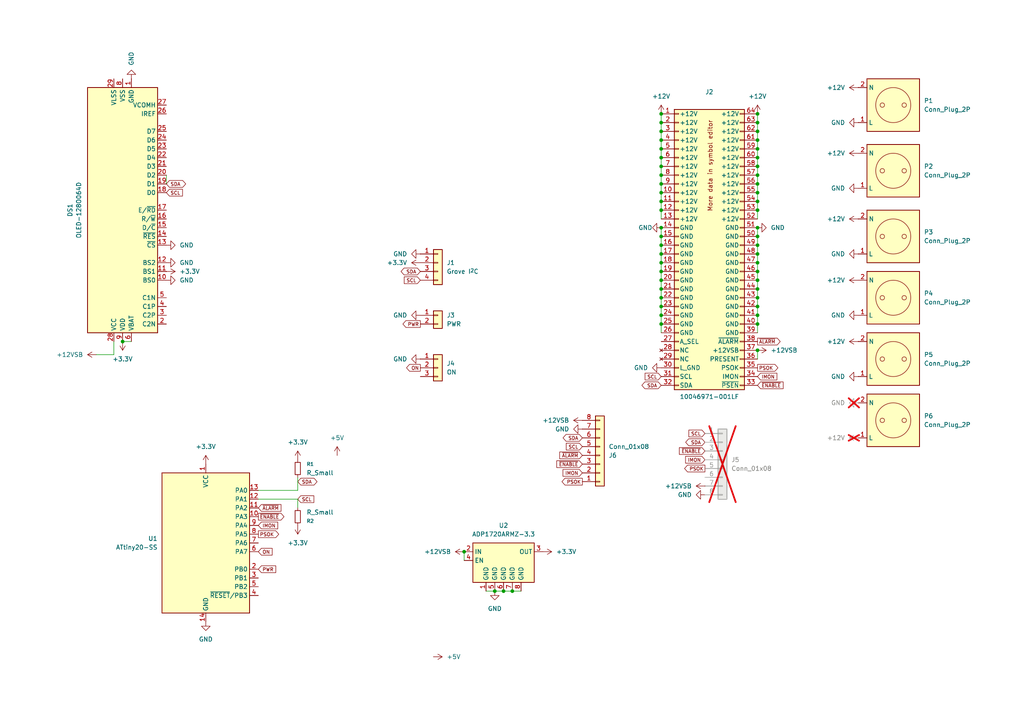
<source format=kicad_sch>
(kicad_sch (version 20250114) (generator "eeschema") (generator_version "9.0")
  (paper "A4")
  (lib_symbols
    (symbol "Connector:Conn_Plug_2P"
      (property "Reference" "P" (at -7.112 8.636 0))
      (property "Value" "Conn_Plug_2P" (at 0.254 -8.89 0))
      (symbol "Conn_Plug_2P_0_1"
        (circle (center 0 0) (radius 5.08))
      )
      (symbol "Conn_Plug_2P_1_1"
        (rectangle (start -7.62 7.62) (end 7.62 -7.62) (stroke (width 0.254)) (fill (type background)))
        (circle (center -3.175 0) (radius 0.635))
        (circle (center 3.175 0) (radius 0.635))
        (pin power_in line (at 10.16 5.08 180) (length 2.54) (name "L") (number "1"))
        (pin power_out line (at 10.16 -5.08 180) (length 2.54) (name "N") (number "2"))
      )
    )
    (symbol "Connector_Generic:Conn_01x02" (pin_names (offset 1.016) (hide yes))
      (property "Reference" "J" (at 0 2.54 0))
      (property "Value" "Conn_01x02" (at 0 -5.08 0))
      (symbol "Conn_01x02_1_1"
        (rectangle (start -1.27 1.27) (end 1.27 -3.81) (stroke (width 0.254)) (fill (type background)))
        (rectangle (start -1.27 0.127) (end 0 -0.127) (stroke (width 0.1524)))
        (rectangle (start -1.27 -2.413) (end 0 -2.667) (stroke (width 0.1524)))
        (pin passive line (at -5.08 0 0) (length 3.81) (name "Pin_1") (number "1"))
        (pin passive line (at -5.08 -2.54 0) (length 3.81) (name "Pin_2") (number "2"))
      )
    )
    (symbol "Connector_Generic:Conn_01x03" (pin_names (offset 1.016) (hide yes))
      (property "Reference" "J" (at 0 5.08 0))
      (property "Value" "Conn_01x03" (at 0 -5.08 0))
      (symbol "Conn_01x03_1_1"
        (rectangle (start -1.27 3.81) (end 1.27 -3.81) (stroke (width 0.254)) (fill (type background)))
        (rectangle (start -1.27 2.667) (end 0 2.413) (stroke (width 0.1524)))
        (rectangle (start -1.27 0.127) (end 0 -0.127) (stroke (width 0.1524)))
        (rectangle (start -1.27 -2.413) (end 0 -2.667) (stroke (width 0.1524)))
        (pin passive line (at -5.08 2.54 0) (length 3.81) (name "Pin_1") (number "1"))
        (pin passive line (at -5.08 0 0) (length 3.81) (name "Pin_2") (number "2"))
        (pin passive line (at -5.08 -2.54 0) (length 3.81) (name "Pin_3") (number "3"))
      )
    )
    (symbol "Connector_Generic:Conn_01x04" (pin_names (offset 1.016) (hide yes))
      (property "Reference" "J" (at 0 5.08 0))
      (property "Value" "Conn_01x04" (at 0 -7.62 0))
      (symbol "Conn_01x04_1_1"
        (rectangle (start -1.27 3.81) (end 1.27 -6.35) (stroke (width 0.254)) (fill (type background)))
        (rectangle (start -1.27 2.667) (end 0 2.413) (stroke (width 0.1524)))
        (rectangle (start -1.27 0.127) (end 0 -0.127) (stroke (width 0.1524)))
        (rectangle (start -1.27 -2.413) (end 0 -2.667) (stroke (width 0.1524)))
        (rectangle (start -1.27 -4.953) (end 0 -5.207) (stroke (width 0.1524)))
        (pin passive line (at -5.08 2.54 0) (length 3.81) (name "Pin_1") (number "1"))
        (pin passive line (at -5.08 0 0) (length 3.81) (name "Pin_2") (number "2"))
        (pin passive line (at -5.08 -2.54 0) (length 3.81) (name "Pin_3") (number "3"))
        (pin passive line (at -5.08 -5.08 0) (length 3.81) (name "Pin_4") (number "4"))
      )
    )
    (symbol "Connector_Generic:Conn_01x08" (pin_names (offset 1.016) (hide yes))
      (property "Reference" "J" (at 0 10.16 0))
      (property "Value" "Conn_01x08" (at 0 -12.7 0))
      (symbol "Conn_01x08_1_1"
        (rectangle (start -1.27 8.89) (end 1.27 -11.43) (stroke (width 0.254)) (fill (type background)))
        (rectangle (start -1.27 7.747) (end 0 7.493) (stroke (width 0.1524)))
        (rectangle (start -1.27 5.207) (end 0 4.953) (stroke (width 0.1524)))
        (rectangle (start -1.27 2.667) (end 0 2.413) (stroke (width 0.1524)))
        (rectangle (start -1.27 0.127) (end 0 -0.127) (stroke (width 0.1524)))
        (rectangle (start -1.27 -2.413) (end 0 -2.667) (stroke (width 0.1524)))
        (rectangle (start -1.27 -4.953) (end 0 -5.207) (stroke (width 0.1524)))
        (rectangle (start -1.27 -7.493) (end 0 -7.747) (stroke (width 0.1524)))
        (rectangle (start -1.27 -10.033) (end 0 -10.287) (stroke (width 0.1524)))
        (pin passive line (at -5.08 7.62 0) (length 3.81) (name "Pin_1") (number "1"))
        (pin passive line (at -5.08 5.08 0) (length 3.81) (name "Pin_2") (number "2"))
        (pin passive line (at -5.08 2.54 0) (length 3.81) (name "Pin_3") (number "3"))
        (pin passive line (at -5.08 0 0) (length 3.81) (name "Pin_4") (number "4"))
        (pin passive line (at -5.08 -2.54 0) (length 3.81) (name "Pin_5") (number "5"))
        (pin passive line (at -5.08 -5.08 0) (length 3.81) (name "Pin_6") (number "6"))
        (pin passive line (at -5.08 -7.62 0) (length 3.81) (name "Pin_7") (number "7"))
        (pin passive line (at -5.08 -10.16 0) (length 3.81) (name "Pin_8") (number "8"))
      )
    )
    (symbol "Device:R_Small" (pin_numbers (hide yes)) (pin_names (offset 0.254) (hide yes))
      (property "Reference" "R" (at 0 0 90))
      (property "Value" "R_Small" (at 1.778 0 90))
      (symbol "R_Small_0_1"
        (rectangle (start -0.762 1.778) (end 0.762 -1.778) (stroke (width 0.2032)))
      )
      (symbol "R_Small_1_1"
        (pin passive line (at 0 2.54 270) (length 0.762) (name "~") (number "1"))
        (pin passive line (at 0 -2.54 90) (length 0.762) (name "~") (number "2"))
      )
    )
    (symbol "Display_Graphic:OLED-128O064D"
      (property "Reference" "DS" (at -10.16 38.1 0))
      (property "Value" "OLED-128O064D" (at 12.7 38.1 0))
      (symbol "OLED-128O064D_0_1"
        (rectangle (start -10.16 35.56) (end 10.16 -35.56) (stroke (width 0.254)) (fill (type background)))
      )
      (symbol "OLED-128O064D_1_1"
        (pin passive line (at -12.7 33.02 0) (length 2.54) (name "C2N") (number "2"))
        (pin passive line (at -12.7 30.48 0) (length 2.54) (name "C2P") (number "3"))
        (pin passive line (at -12.7 27.94 0) (length 2.54) (name "C1P") (number "4"))
        (pin passive line (at -12.7 25.4 0) (length 2.54) (name "C1N") (number "5"))
        (pin input line (at -12.7 20.32 0) (length 2.54) (name "BS0") (number "10"))
        (pin input line (at -12.7 17.78 0) (length 2.54) (name "BS1") (number "11"))
        (pin input line (at -12.7 15.24 0) (length 2.54) (name "BS2") (number "12"))
        (pin input line (at -12.7 10.16 0) (length 2.54) (name "~{CS}") (number "13"))
        (pin input line (at -12.7 7.62 0) (length 2.54) (name "~{RES}") (number "14"))
        (pin input line (at -12.7 5.08 0) (length 2.54) (name "D/~{C}") (number "15"))
        (pin input line (at -12.7 2.54 0) (length 2.54) (name "R/~{W}") (number "16"))
        (pin input line (at -12.7 0 0) (length 2.54) (name "E/~{RD}") (number "17"))
        (pin bidirectional line (at -12.7 -5.08 0) (length 2.54) (name "D0") (number "18"))
        (pin bidirectional line (at -12.7 -7.62 0) (length 2.54) (name "D1") (number "19"))
        (pin bidirectional line (at -12.7 -10.16 0) (length 2.54) (name "D2") (number "20"))
        (pin bidirectional line (at -12.7 -12.7 0) (length 2.54) (name "D3") (number "21"))
        (pin bidirectional line (at -12.7 -15.24 0) (length 2.54) (name "D4") (number "22"))
        (pin bidirectional line (at -12.7 -17.78 0) (length 2.54) (name "D5") (number "23"))
        (pin bidirectional line (at -12.7 -20.32 0) (length 2.54) (name "D6") (number "24"))
        (pin bidirectional line (at -12.7 -22.86 0) (length 2.54) (name "D7") (number "25"))
        (pin passive line (at -12.7 -27.94 0) (length 2.54) (name "IREF") (number "26"))
        (pin passive line (at -12.7 -30.48 0) (length 2.54) (name "VCOMH") (number "27"))
        (pin power_in line (at -2.54 38.1 270) (length 2.54) (name "VBAT") (number "6"))
        (pin power_in line (at -2.54 -38.1 90) (length 2.54) (name "GND") (number "1"))
        (pin passive line (at -2.54 -38.1 90) (length 2.54) (hide yes) (name "GND") (number "30"))
        (pin power_in line (at 0 38.1 270) (length 2.54) (name "VDD") (number "9"))
        (pin power_in line (at 0 -38.1 90) (length 2.54) (name "VSS") (number "8"))
        (pin power_in line (at 2.54 38.1 270) (length 2.54) (name "VCC") (number "28"))
        (pin power_in line (at 2.54 -38.1 90) (length 2.54) (name "VLSS") (number "29"))
        (pin no_connect line (at 10.16 0 180) (length 2.54) (hide yes) (name "NC") (number "7"))
      )
    )
    (symbol "Local:DPS-1200FB A" (pin_names (offset 1.524)) (exclude_from_sim yes) (in_bom no) (on_board no)
      (property "Reference" "J" (at 1.27 40.64 0))
      (property "Value" "DPS-1200FB A" (at 1.27 -43.942 0))
      (symbol "DPS-1200FB A_1_1"
        (rectangle (start -8.89 39.37) (end 11.43 -41.91) (stroke (width 0.254)) (fill (type background)))
        (rectangle (start -8.89 38.227) (end -7.62 37.973) (stroke (width 0.1524)))
        (rectangle (start -8.89 35.687) (end -7.62 35.433) (stroke (width 0.1524)))
        (rectangle (start -8.89 33.147) (end -7.62 32.893) (stroke (width 0.1524)))
        (rectangle (start -8.89 30.607) (end -7.62 30.353) (stroke (width 0.1524)))
        (rectangle (start -8.89 28.067) (end -7.62 27.813) (stroke (width 0.1524)))
        (rectangle (start -8.89 25.527) (end -7.62 25.273) (stroke (width 0.1524)))
        (rectangle (start -8.89 22.987) (end -7.62 22.733) (stroke (width 0.1524)))
        (rectangle (start -8.89 20.447) (end -7.62 20.193) (stroke (width 0.1524)))
        (rectangle (start -8.89 17.907) (end -7.62 17.653) (stroke (width 0.1524)))
        (rectangle (start -8.89 15.367) (end -7.62 15.113) (stroke (width 0.1524)))
        (rectangle (start -8.89 12.827) (end -7.62 12.573) (stroke (width 0.1524)))
        (rectangle (start -8.89 10.287) (end -7.62 10.033) (stroke (width 0.1524)))
        (rectangle (start -8.89 7.747) (end -7.62 7.493) (stroke (width 0.1524)))
        (rectangle (start -8.89 5.207) (end -7.62 4.953) (stroke (width 0.1524)))
        (rectangle (start -8.89 2.667) (end -7.62 2.413) (stroke (width 0.1524)))
        (rectangle (start -8.89 0.127) (end -7.62 -0.127) (stroke (width 0.1524)))
        (rectangle (start -8.89 -2.413) (end -7.62 -2.667) (stroke (width 0.1524)))
        (rectangle (start -8.89 -4.953) (end -7.62 -5.207) (stroke (width 0.1524)))
        (rectangle (start -8.89 -7.493) (end -7.62 -7.747) (stroke (width 0.1524)))
        (rectangle (start -8.89 -10.033) (end -7.62 -10.287) (stroke (width 0.1524)))
        (rectangle (start -8.89 -12.573) (end -7.62 -12.827) (stroke (width 0.1524)))
        (rectangle (start -8.89 -15.113) (end -7.62 -15.367) (stroke (width 0.1524)))
        (rectangle (start -8.89 -17.653) (end -7.62 -17.907) (stroke (width 0.1524)))
        (rectangle (start -8.89 -20.193) (end -7.62 -20.447) (stroke (width 0.1524)))
        (rectangle (start -8.89 -22.733) (end -7.62 -22.987) (stroke (width 0.1524)))
        (rectangle (start -8.89 -25.273) (end -7.62 -25.527) (stroke (width 0.1524)))
        (rectangle (start -8.89 -27.813) (end -7.62 -28.067) (stroke (width 0.1524)))
        (rectangle (start -8.89 -30.353) (end -7.62 -30.607) (stroke (width 0.1524)))
        (rectangle (start -8.89 -32.893) (end -7.62 -33.147) (stroke (width 0.1524)))
        (rectangle (start -8.89 -35.433) (end -7.62 -35.687) (stroke (width 0.1524)))
        (rectangle (start -8.89 -37.973) (end -7.62 -38.227) (stroke (width 0.1524)))
        (rectangle (start -8.89 -40.513) (end -7.62 -40.767) (stroke (width 0.1524)))
        (rectangle (start 11.43 38.227) (end 10.16 37.973) (stroke (width 0.1524)))
        (rectangle (start 11.43 35.687) (end 10.16 35.433) (stroke (width 0.1524)))
        (rectangle (start 11.43 33.147) (end 10.16 32.893) (stroke (width 0.1524)))
        (rectangle (start 11.43 30.607) (end 10.16 30.353) (stroke (width 0.1524)))
        (rectangle (start 11.43 28.067) (end 10.16 27.813) (stroke (width 0.1524)))
        (rectangle (start 11.43 25.527) (end 10.16 25.273) (stroke (width 0.1524)))
        (rectangle (start 11.43 22.987) (end 10.16 22.733) (stroke (width 0.1524)))
        (rectangle (start 11.43 20.447) (end 10.16 20.193) (stroke (width 0.1524)))
        (rectangle (start 11.43 17.907) (end 10.16 17.653) (stroke (width 0.1524)))
        (rectangle (start 11.43 15.367) (end 10.16 15.113) (stroke (width 0.1524)))
        (rectangle (start 11.43 12.827) (end 10.16 12.573) (stroke (width 0.1524)))
        (rectangle (start 11.43 10.287) (end 10.16 10.033) (stroke (width 0.1524)))
        (rectangle (start 11.43 7.747) (end 10.16 7.493) (stroke (width 0.1524)))
        (rectangle (start 11.43 5.207) (end 10.16 4.953) (stroke (width 0.1524)))
        (rectangle (start 11.43 2.667) (end 10.16 2.413) (stroke (width 0.1524)))
        (rectangle (start 11.43 0.127) (end 10.16 -0.127) (stroke (width 0.1524)))
        (rectangle (start 11.43 -2.413) (end 10.16 -2.667) (stroke (width 0.1524)))
        (rectangle (start 11.43 -4.953) (end 10.16 -5.207) (stroke (width 0.1524)))
        (rectangle (start 11.43 -7.493) (end 10.16 -7.747) (stroke (width 0.1524)))
        (rectangle (start 11.43 -10.033) (end 10.16 -10.287) (stroke (width 0.1524)))
        (rectangle (start 11.43 -12.573) (end 10.16 -12.827) (stroke (width 0.1524)))
        (rectangle (start 11.43 -15.113) (end 10.16 -15.367) (stroke (width 0.1524)))
        (rectangle (start 11.43 -17.653) (end 10.16 -17.907) (stroke (width 0.1524)))
        (rectangle (start 11.43 -20.193) (end 10.16 -20.447) (stroke (width 0.1524)))
        (rectangle (start 11.43 -22.733) (end 10.16 -22.987) (stroke (width 0.1524)))
        (rectangle (start 11.43 -25.273) (end 10.16 -25.527) (stroke (width 0.1524)))
        (rectangle (start 11.43 -27.813) (end 10.16 -28.067) (stroke (width 0.1524)))
        (rectangle (start 11.43 -30.353) (end 10.16 -30.607) (stroke (width 0.1524)))
        (rectangle (start 11.43 -32.893) (end 10.16 -33.147) (stroke (width 0.1524)))
        (rectangle (start 11.43 -35.433) (end 10.16 -35.687) (stroke (width 0.1524)))
        (rectangle (start 11.43 -37.973) (end 10.16 -38.227) (stroke (width 0.1524)))
        (rectangle (start 11.43 -40.513) (end 10.16 -40.767) (stroke (width 0.1524)))
        (text private "1-13\n52-64\n14-26\n39-51\n27\n28-29\n30\n31\n32\n32\n34\n35\n36\n37\n38" (at -10.16 -47.244 0) (effects (font (size 1.27 1.27)) (justify right top)))
        (text private "+12V Main Output\n+12V Main Output\nGround Main Output\nGround Main Output\nPMBus/I²C Address select\nNot Connected\nLogic Ground (+3.3V)\nSCL  I²C communication (PMBus)\nSDA  I²C communication (PMBus)\nEN   PS Enable, Active Low\nIMON Current Monitor\nPSOK Power-good status output\nPRESENT, enable turn-on, Active Low\nStandby 12 V always on\nPSU Alarm Output, Active Low" (at -8.636 -47.244 0) (effects (font (size 1.27 1.27)) (justify left top)))
        (text "More data in symbol editor" (at 1.524 23.114 900) (effects (font (size 1.27 1.27))))
        (text private "How to Use / Power It On\n\nManual (quick) method:\n\nTie Pin 33 (EN) to GND (pin 30)\nTie Pin 36 (PRESENT) to 12 VSB (pin 37)\nThis lets the PSU turn on and provide 12 V on the main output pins \n\n\nRecommended (cleaner) method:\n\nUse 12 VSB (pin 37) to power your control logic (microcontroller or switch)\nPull EN (pin 33) low using logic output to GND\nSet PRESENT (pin 36) high (to 12 VSB) to signal presence and enable\nMonitor PSOK (pin 35) to know when output is stable\nOptionally use I²C lines (31/32) to read telemetry, control fans, etc" (at 61.468 21.59 0) (effects (font (size 1.27 1.27))))
        (text_box private "PSALARM = Active Low / signals faults via PMBus\n+12VSTDBY = always on 12V\nPRSNT = PS connected\nIMON = Current Sense (25mV/A above 3A)\nIMON allows load-balancing when paralleling multiple PSUs\n~{PSEN} = GND to turn on supply" (at -84.455 -3.175 0) (size 42.545 -26.67) (margins 1.016 1.016 1.016 1.016) (effects (font (size 1.27 1.27)) (justify left top)))
        (text_box private "Pin 33 (PS_ON / Remote Enable): Pull to GND to turn on PSU\nPin 36 (PRESENT / Sense): Needs short to GND for PSU to power up\nPin 30 (PWR_OK): Goes high (+3.3 V logic) when 12 V is stable\nPin 31 (SCL) & Pin 32 (SDA): I²C/SMBus (for monitoring, not required for normal use)\n\n# To Power On \nShort PS_ON (Pin 33) to GND.\nAlso connect PRESENT (Pin 36) to GND.\nPSU will then output +12.3 V (regulated)." (at -81.915 -40.64 0) (size 53.34 -34.925) (margins 1.016 1.016 1.016 1.016) (effects (font (size 1.27 1.27)) (justify left top)))
        (pin power_out line (at -12.7 38.1 0) (length 3.81) (name "+12V") (number "1"))
        (pin power_out line (at -12.7 35.56 0) (length 3.81) (name "+12V") (number "2"))
        (pin power_out line (at -12.7 33.02 0) (length 3.81) (name "+12V") (number "3"))
        (pin power_out line (at -12.7 30.48 0) (length 3.81) (name "+12V") (number "4"))
        (pin power_out line (at -12.7 27.94 0) (length 3.81) (name "+12V") (number "5"))
        (pin power_out line (at -12.7 25.4 0) (length 3.81) (name "+12V") (number "6"))
        (pin power_out line (at -12.7 22.86 0) (length 3.81) (name "+12V") (number "7"))
        (pin power_out line (at -12.7 20.32 0) (length 3.81) (name "+12V") (number "8"))
        (pin power_out line (at -12.7 17.78 0) (length 3.81) (name "+12V") (number "9"))
        (pin power_out line (at -12.7 15.24 0) (length 3.81) (name "+12V") (number "10"))
        (pin power_out line (at -12.7 12.7 0) (length 3.81) (name "+12V") (number "11"))
        (pin power_out line (at -12.7 10.16 0) (length 3.81) (name "+12V") (number "12"))
        (pin power_out line (at -12.7 7.62 0) (length 3.81) (name "+12V") (number "13"))
        (pin power_out line (at -12.7 5.08 0) (length 3.81) (name "GND") (number "14"))
        (pin power_out line (at -12.7 2.54 0) (length 3.81) (name "GND") (number "15"))
        (pin power_out line (at -12.7 0 0) (length 3.81) (name "GND") (number "16"))
        (pin power_out line (at -12.7 -2.54 0) (length 3.81) (name "GND") (number "17"))
        (pin power_out line (at -12.7 -5.08 0) (length 3.81) (name "GND") (number "18"))
        (pin power_out line (at -12.7 -7.62 0) (length 3.81) (name "GND") (number "19"))
        (pin power_out line (at -12.7 -10.16 0) (length 3.81) (name "GND") (number "20"))
        (pin power_out line (at -12.7 -12.7 0) (length 3.81) (name "GND") (number "21"))
        (pin power_out line (at -12.7 -15.24 0) (length 3.81) (name "GND") (number "22"))
        (pin power_out line (at -12.7 -17.78 0) (length 3.81) (name "GND") (number "23"))
        (pin power_out line (at -12.7 -20.32 0) (length 3.81) (name "GND") (number "24"))
        (pin power_out line (at -12.7 -22.86 0) (length 3.81) (name "GND") (number "25"))
        (pin power_out line (at -12.7 -25.4 0) (length 3.81) (name "GND") (number "26"))
        (pin input line (at -12.7 -27.94 0) (length 3.81) (name "A_SEL") (number "27"))
        (pin no_connect line (at -12.7 -30.48 0) (length 3.81) (name "NC") (number "28"))
        (pin no_connect line (at -12.7 -33.02 0) (length 3.81) (name "NC") (number "29"))
        (pin power_out line (at -12.7 -35.56 0) (length 3.81) (name "L_GND") (number "30"))
        (pin bidirectional line (at -12.7 -38.1 0) (length 3.81) (name "SCL") (number "31"))
        (pin bidirectional line (at -12.7 -40.64 0) (length 3.81) (name "SDA") (number "32"))
        (pin power_out line (at 15.24 38.1 180) (length 3.81) (name "+12V") (number "64"))
        (pin power_out line (at 15.24 35.56 180) (length 3.81) (name "+12V") (number "63"))
        (pin power_out line (at 15.24 33.02 180) (length 3.81) (name "+12V") (number "62"))
        (pin power_out line (at 15.24 30.48 180) (length 3.81) (name "+12V") (number "61"))
        (pin power_out line (at 15.24 27.94 180) (length 3.81) (name "+12V") (number "59"))
        (pin power_out line (at 15.24 25.4 180) (length 3.81) (name "+12V") (number "60"))
        (pin power_out line (at 15.24 22.86 180) (length 3.81) (name "+12V") (number "58"))
        (pin power_out line (at 15.24 20.32 180) (length 3.81) (name "+12V") (number "57"))
        (pin power_out line (at 15.24 17.78 180) (length 3.81) (name "+12V") (number "56"))
        (pin power_out line (at 15.24 15.24 180) (length 3.81) (name "+12V") (number "55"))
        (pin power_out line (at 15.24 12.7 180) (length 3.81) (name "+12V") (number "54"))
        (pin power_out line (at 15.24 10.16 180) (length 3.81) (name "+12V") (number "53"))
        (pin power_out line (at 15.24 7.62 180) (length 3.81) (name "+12V") (number "52"))
        (pin power_out line (at 15.24 5.08 180) (length 3.81) (name "GND") (number "51"))
        (pin power_out line (at 15.24 2.54 180) (length 3.81) (name "GND") (number "50"))
        (pin power_out line (at 15.24 0 180) (length 3.81) (name "GND") (number "49"))
        (pin power_out line (at 15.24 -2.54 180) (length 3.81) (name "GND") (number "48"))
        (pin power_out line (at 15.24 -5.08 180) (length 3.81) (name "GND") (number "47"))
        (pin power_out line (at 15.24 -7.62 180) (length 3.81) (name "GND") (number "46"))
        (pin power_out line (at 15.24 -10.16 180) (length 3.81) (name "GND") (number "45"))
        (pin power_out line (at 15.24 -12.7 180) (length 3.81) (name "GND") (number "44"))
        (pin power_out line (at 15.24 -15.24 180) (length 3.81) (name "GND") (number "43"))
        (pin power_out line (at 15.24 -17.78 180) (length 3.81) (name "GND") (number "42"))
        (pin power_out line (at 15.24 -20.32 180) (length 3.81) (name "GND") (number "41"))
        (pin power_out line (at 15.24 -22.86 180) (length 3.81) (name "GND") (number "40"))
        (pin power_out line (at 15.24 -25.4 180) (length 3.81) (name "GND") (number "39"))
        (pin output line (at 15.24 -27.94 180) (length 3.81) (name "~{ALARM}") (number "38"))
        (pin power_out line (at 15.24 -30.48 180) (length 3.81) (name "+12VSB") (number "37"))
        (pin input line (at 15.24 -33.02 180) (length 3.81) (name "PRESENT") (number "36"))
        (pin output line (at 15.24 -35.56 180) (length 3.81) (name "PSOK") (number "35"))
        (pin bidirectional line (at 15.24 -38.1 180) (length 3.81) (name "IMON") (number "34"))
        (pin input line (at 15.24 -40.64 180) (length 3.81) (name "~{PSEN}") (number "33"))
      )
    )
    (symbol "MCU_Microchip_ATtiny:ATtiny20-SS"
      (property "Reference" "U" (at -12.7 21.59 0))
      (property "Value" "ATtiny20-SS" (at 2.54 -21.59 0))
      (symbol "ATtiny20-SS_0_1"
        (rectangle (start -12.7 -20.32) (end 12.7 20.32) (stroke (width 0.254)) (fill (type background)))
      )
      (symbol "ATtiny20-SS_1_1"
        (pin power_in line (at 0 22.86 270) (length 2.54) (name "VCC") (number "1"))
        (pin power_in line (at 0 -22.86 90) (length 2.54) (name "GND") (number "14"))
        (pin bidirectional line (at 15.24 15.24 180) (length 2.54) (name "PA0") (number "13"))
        (pin bidirectional line (at 15.24 12.7 180) (length 2.54) (name "PA1") (number "12"))
        (pin bidirectional line (at 15.24 10.16 180) (length 2.54) (name "PA2") (number "11"))
        (pin bidirectional line (at 15.24 7.62 180) (length 2.54) (name "PA3") (number "10"))
        (pin bidirectional line (at 15.24 5.08 180) (length 2.54) (name "PA4") (number "9"))
        (pin bidirectional line (at 15.24 2.54 180) (length 2.54) (name "PA5") (number "8"))
        (pin bidirectional line (at 15.24 0 180) (length 2.54) (name "PA6") (number "7"))
        (pin bidirectional line (at 15.24 -2.54 180) (length 2.54) (name "PA7") (number "6"))
        (pin bidirectional line (at 15.24 -7.62 180) (length 2.54) (name "PB0") (number "2"))
        (pin bidirectional line (at 15.24 -10.16 180) (length 2.54) (name "PB1") (number "3"))
        (pin bidirectional line (at 15.24 -12.7 180) (length 2.54) (name "PB2") (number "5"))
        (pin bidirectional line (at 15.24 -15.24 180) (length 2.54) (name "~{RESET}/PB3") (number "4"))
      )
    )
    (symbol "PCM_Voltage_Regulator_AKL:ADP1720ARMZ-3.3"
      (property "Reference" "U" (at 0 11.43 0))
      (property "Value" "ADP1720ARMZ-3.3" (at 0 8.89 0))
      (symbol "ADP1720ARMZ-3.3_1_0"
        (rectangle (start -8.89 6.35) (end 8.89 -5.08) (stroke (width 0.254)) (fill (type background)))
      )
      (symbol "ADP1720ARMZ-3.3_1_1"
        (pin power_in line (at -11.43 3.81 0) (length 2.54) (name "IN") (number "2"))
        (pin input line (at -11.43 1.27 0) (length 2.54) (name "EN") (number "4"))
        (pin power_in line (at -5.08 -7.62 90) (length 2.54) (name "GND") (number "1"))
        (pin power_in line (at -2.54 -7.62 90) (length 2.54) (name "GND") (number "5"))
        (pin power_in line (at 0 -7.62 90) (length 2.54) (name "GND") (number "6"))
        (pin power_in line (at 2.54 -7.62 90) (length 2.54) (name "GND") (number "7"))
        (pin power_in line (at 5.08 -7.62 90) (length 2.54) (name "GND") (number "8"))
        (pin power_out line (at 11.43 3.81 180) (length 2.54) (name "OUT") (number "3"))
      )
    )
    (symbol "power:+12C" (power) (pin_numbers (hide yes)) (pin_names (offset 0) (hide yes))
      (property "Value" "+12C" (at 0 3.556 0))
      (symbol "+12C_0_1"
        (polyline (pts (xy -0.762 1.27) (xy 0 2.54)))
        (polyline (pts (xy 0 2.54) (xy 0.762 1.27)))
        (polyline (pts (xy 0 0) (xy 0 2.54)))
      )
      (symbol "+12C_1_1"
        (pin power_in line (at 0 0 90) (length 0) (name "~") (number "1"))
      )
    )
    (symbol "power:+12V" (power) (pin_numbers (hide yes)) (pin_names (offset 0) (hide yes))
      (property "Value" "+12V" (at 0 3.556 0))
      (symbol "+12V_0_1"
        (polyline (pts (xy -0.762 1.27) (xy 0 2.54)))
        (polyline (pts (xy 0 2.54) (xy 0.762 1.27)))
        (polyline (pts (xy 0 0) (xy 0 2.54)))
      )
      (symbol "+12V_1_1"
        (pin power_in line (at 0 0 90) (length 0) (name "~") (number "1"))
      )
    )
    (symbol "power:+3.3V" (power) (pin_numbers (hide yes)) (pin_names (offset 0) (hide yes))
      (property "Value" "+3.3V" (at 0 3.556 0))
      (symbol "+3.3V_0_1"
        (polyline (pts (xy -0.762 1.27) (xy 0 2.54)))
        (polyline (pts (xy 0 2.54) (xy 0.762 1.27)))
        (polyline (pts (xy 0 0) (xy 0 2.54)))
      )
      (symbol "+3.3V_1_1"
        (pin power_in line (at 0 0 90) (length 0) (name "~") (number "1"))
      )
    )
    (symbol "power:+5V" (power) (pin_numbers (hide yes)) (pin_names (offset 0) (hide yes))
      (property "Value" "+5V" (at 0 3.556 0))
      (symbol "+5V_0_1"
        (polyline (pts (xy -0.762 1.27) (xy 0 2.54)))
        (polyline (pts (xy 0 2.54) (xy 0.762 1.27)))
        (polyline (pts (xy 0 0) (xy 0 2.54)))
      )
      (symbol "+5V_1_1"
        (pin power_in line (at 0 0 90) (length 0) (name "~") (number "1"))
      )
    )
    (symbol "power:GND" (power) (pin_numbers (hide yes)) (pin_names (offset 0) (hide yes))
      (property "Value" "GND" (at 0 -3.81 0))
      (symbol "GND_0_1"
        (polyline (pts (xy 0 0) (xy 0 -1.27) (xy 1.27 -1.27) (xy 0 -2.54) (xy -1.27 -1.27) (xy 0 -1.27)))
      )
      (symbol "GND_1_1"
        (pin power_in line (at 0 0 270) (length 0) (name "~") (number "1"))
      )
    )
  )
  (junction (at 191.77 86.36))
  (junction (at 191.77 48.26))
  (junction (at 219.71 73.66))
  (junction (at 191.77 66.04))
  (junction (at 219.71 58.42))
  (junction (at 219.71 35.56))
  (junction (at 219.71 83.82))
  (junction (at 191.77 60.96))
  (junction (at 191.77 58.42))
  (junction (at 191.77 88.9))
  (junction (at 219.71 71.12))
  (junction (at 219.71 66.04))
  (junction (at 191.77 50.8))
  (junction (at 134.62 160.02))
  (junction (at 191.77 76.2))
  (junction (at 219.71 60.96))
  (junction (at 219.71 88.9))
  (junction (at 219.71 48.26))
  (junction (at 219.71 55.88))
  (junction (at 191.77 68.58))
  (junction (at 219.71 45.72))
  (junction (at 191.77 35.56))
  (junction (at 219.71 50.8))
  (junction (at 219.71 91.44))
  (junction (at 219.71 81.28))
  (junction (at 219.71 76.2))
  (junction (at 191.77 73.66))
  (junction (at 219.71 43.18))
  (junction (at 219.71 93.98))
  (junction (at 191.77 43.18))
  (junction (at 191.77 33.02))
  (junction (at 219.71 40.64))
  (junction (at 146.05 171.45))
  (junction (at 191.77 38.1))
  (junction (at 219.71 33.02))
  (junction (at 35.56 99.06))
  (junction (at 191.77 78.74))
  (junction (at 191.77 55.88))
  (junction (at 219.71 53.34))
  (junction (at 191.77 91.44))
  (junction (at 191.77 53.34))
  (junction (at 191.77 93.98))
  (junction (at 148.59 171.45))
  (junction (at 191.77 83.82))
  (junction (at 219.71 101.6))
  (junction (at 191.77 45.72))
  (junction (at 219.71 78.74))
  (junction (at 219.71 38.1))
  (junction (at 191.77 71.12))
  (junction (at 191.77 40.64))
  (junction (at 219.71 86.36))
  (junction (at 143.51 171.45))
  (junction (at 219.71 68.58))
  (junction (at 191.77 81.28))
  (wire (pts (xy 219.71 68.58) (xy 219.71 71.12)))
  (wire (pts (xy 35.56 99.06) (xy 38.1 99.06)))
  (wire (pts (xy 86.36 138.43) (xy 86.36 142.24)))
  (wire (pts (xy 191.77 45.72) (xy 191.77 48.26)))
  (wire (pts (xy 191.77 48.26) (xy 191.77 50.8)))
  (wire (pts (xy 191.77 58.42) (xy 191.77 60.96)))
  (wire (pts (xy 219.71 101.6) (xy 219.71 104.14)))
  (wire (pts (xy 219.71 88.9) (xy 219.71 91.44)))
  (wire (pts (xy 191.77 53.34) (xy 191.77 55.88)))
  (wire (pts (xy 86.36 144.78) (xy 74.93 144.78)))
  (wire (pts (xy 219.71 66.04) (xy 219.71 68.58)))
  (wire (pts (xy 219.71 35.56) (xy 219.71 38.1)))
  (wire (pts (xy 191.77 43.18) (xy 191.77 45.72)))
  (wire (pts (xy 33.02 99.06) (xy 33.02 102.87)))
  (wire (pts (xy 140.97 171.45) (xy 143.51 171.45)))
  (wire (pts (xy 191.77 81.28) (xy 191.77 83.82)))
  (wire (pts (xy 74.93 142.24) (xy 86.36 142.24)))
  (wire (pts (xy 219.71 93.98) (xy 219.71 96.52)))
  (wire (pts (xy 191.77 66.04) (xy 191.77 68.58)))
  (wire (pts (xy 191.77 68.58) (xy 191.77 71.12)))
  (wire (pts (xy 146.05 171.45) (xy 148.59 171.45)))
  (wire (pts (xy 191.77 40.64) (xy 191.77 43.18)))
  (wire (pts (xy 219.71 83.82) (xy 219.71 86.36)))
  (wire (pts (xy 191.77 55.88) (xy 191.77 58.42)))
  (wire (pts (xy 191.77 35.56) (xy 191.77 38.1)))
  (wire (pts (xy 219.71 78.74) (xy 219.71 81.28)))
  (wire (pts (xy 219.71 81.28) (xy 219.71 83.82)))
  (wire (pts (xy 143.51 171.45) (xy 146.05 171.45)))
  (wire (pts (xy 219.71 50.8) (xy 219.71 53.34)))
  (wire (pts (xy 191.77 33.02) (xy 191.77 35.56)))
  (wire (pts (xy 219.71 71.12) (xy 219.71 73.66)))
  (wire (pts (xy 219.71 58.42) (xy 219.71 60.96)))
  (wire (pts (xy 191.77 86.36) (xy 191.77 88.9)))
  (wire (pts (xy 191.77 73.66) (xy 191.77 76.2)))
  (wire (pts (xy 148.59 171.45) (xy 151.13 171.45)))
  (wire (pts (xy 219.71 73.66) (xy 219.71 76.2)))
  (wire (pts (xy 48.26 50.8) (xy 48.26 53.34)))
  (wire (pts (xy 191.77 71.12) (xy 191.77 73.66)))
  (wire (pts (xy 219.71 33.02) (xy 219.71 35.56)))
  (wire (pts (xy 134.62 160.02) (xy 134.62 162.56)))
  (wire (pts (xy 219.71 45.72) (xy 219.71 48.26)))
  (wire (pts (xy 219.71 60.96) (xy 219.71 63.5)))
  (wire (pts (xy 191.77 50.8) (xy 191.77 53.34)))
  (wire (pts (xy 191.77 88.9) (xy 191.77 91.44)))
  (wire (pts (xy 219.71 40.64) (xy 219.71 43.18)))
  (wire (pts (xy 191.77 76.2) (xy 191.77 78.74)))
  (wire (pts (xy 219.71 43.18) (xy 219.71 45.72)))
  (wire (pts (xy 191.77 38.1) (xy 191.77 40.64)))
  (wire (pts (xy 219.71 48.26) (xy 219.71 50.8)))
  (wire (pts (xy 219.71 91.44) (xy 219.71 93.98)))
  (wire (pts (xy 219.71 76.2) (xy 219.71 78.74)))
  (wire (pts (xy 219.71 38.1) (xy 219.71 40.64)))
  (wire (pts (xy 86.36 144.78) (xy 86.36 147.32)))
  (wire (pts (xy 33.02 102.87) (xy 27.94 102.87)))
  (wire (pts (xy 219.71 53.34) (xy 219.71 55.88)))
  (wire (pts (xy 219.71 55.88) (xy 219.71 58.42)))
  (wire (pts (xy 191.77 60.96) (xy 191.77 63.5)))
  (wire (pts (xy 191.77 83.82) (xy 191.77 86.36)))
  (wire (pts (xy 191.77 78.74) (xy 191.77 81.28)))
  (wire (pts (xy 219.71 86.36) (xy 219.71 88.9)))
  (wire (pts (xy 191.77 93.98) (xy 191.77 96.52)))
  (wire (pts (xy 191.77 91.44) (xy 191.77 93.98)))
  (global_label "PWR" (shape input) (at 74.93 165.1 0) (effects (font (size 1 1))) (property "Intersheetrefs" "${INTERSHEET_REFS}" (effects (hide yes))))
  (global_label "SDA" (shape bidirectional) (at 204.47 128.27 180) (effects (font (size 1 1))) (property "Intersheetrefs" "${INTERSHEET_REFS}" (effects (hide yes))))
  (global_label "SDA" (shape bidirectional) (at 86.36 139.7 0) (effects (font (size 1 1))) (property "Intersheetrefs" "${INTERSHEET_REFS}" (effects (hide yes))))
  (global_label "~{ALARM}" (shape output) (at 219.71 99.06 0) (effects (font (size 1 1))) (property "Intersheetrefs" "${INTERSHEET_REFS}" (effects (hide yes))))
  (global_label "~{ENABLE}" (shape input) (at 168.91 134.62 180) (effects (font (size 1 1))) (property "Intersheetrefs" "${INTERSHEET_REFS}" (effects (hide yes))))
  (global_label "SDA" (shape bidirectional) (at 191.77 111.76 180) (effects (font (size 1 1))) (property "Intersheetrefs" "${INTERSHEET_REFS}" (effects (hide yes))))
  (global_label "IMON" (shape input) (at 204.47 133.35 180) (effects (font (size 1 1))) (property "Intersheetrefs" "${INTERSHEET_REFS}" (effects (hide yes))))
  (global_label "SCL" (shape input) (at 168.91 129.54 180) (effects (font (size 1 1))) (property "Intersheetrefs" "${INTERSHEET_REFS}" (effects (hide yes))))
  (global_label "IMON" (shape input) (at 219.71 109.22 0) (effects (font (size 1 1))) (property "Intersheetrefs" "${INTERSHEET_REFS}" (effects (hide yes))))
  (global_label "ON" (shape input) (at 74.93 160.02 0) (effects (font (size 1 1))) (property "Intersheetrefs" "${INTERSHEET_REFS}" (effects (hide yes))))
  (global_label "IMON" (shape input) (at 74.93 152.4 0) (effects (font (size 1 1))) (property "Intersheetrefs" "${INTERSHEET_REFS}" (effects (hide yes))))
  (global_label "ON" (shape output) (at 121.92 106.68 180) (effects (font (size 1 1))) (property "Intersheetrefs" "${INTERSHEET_REFS}" (effects (hide yes))))
  (global_label "~{ENABLE}" (shape output) (at 74.93 149.86 0) (effects (font (size 1 1))) (property "Intersheetrefs" "${INTERSHEET_REFS}" (effects (hide yes))))
  (global_label "~{ENABLE}" (shape input) (at 219.71 111.76 0) (effects (font (size 1 1))) (property "Intersheetrefs" "${INTERSHEET_REFS}" (effects (hide yes))))
  (global_label "IMON" (shape input) (at 168.91 137.16 180) (effects (font (size 1 1))) (property "Intersheetrefs" "${INTERSHEET_REFS}" (effects (hide yes))))
  (global_label "~{ALARM}" (shape input) (at 168.91 132.08 180) (effects (font (size 1 1))) (property "Intersheetrefs" "${INTERSHEET_REFS}" (effects (hide yes))))
  (global_label "SCL" (shape input) (at 204.47 125.73 180) (effects (font (size 1 1))) (property "Intersheetrefs" "${INTERSHEET_REFS}" (effects (hide yes))))
  (global_label "SCL" (shape input) (at 191.77 109.22 180) (effects (font (size 1 1))) (property "Intersheetrefs" "${INTERSHEET_REFS}" (effects (hide yes))))
  (global_label "PWR" (shape output) (at 121.92 93.98 180) (effects (font (size 1 1))) (property "Intersheetrefs" "${INTERSHEET_REFS}" (effects (hide yes))))
  (global_label "SDA" (shape bidirectional) (at 168.91 127 180) (effects (font (size 1 1))) (property "Intersheetrefs" "${INTERSHEET_REFS}" (effects (hide yes))))
  (global_label "PSOK" (shape output) (at 204.47 135.89 180) (effects (font (size 1 1))) (property "Intersheetrefs" "${INTERSHEET_REFS}" (effects (hide yes))))
  (global_label "~{ALARM}" (shape input) (at 74.93 147.32 0) (effects (font (size 1 1))) (property "Intersheetrefs" "${INTERSHEET_REFS}" (effects (hide yes))))
  (global_label "SCL" (shape input) (at 86.36 144.78 0) (effects (font (size 1 1))) (property "Intersheetrefs" "${INTERSHEET_REFS}" (effects (hide yes))))
  (global_label "SDA" (shape bidirectional) (at 121.92 78.74 180) (effects (font (size 1 1))) (property "Intersheetrefs" "${INTERSHEET_REFS}" (effects (hide yes))))
  (global_label "PSOK" (shape output) (at 219.71 106.68 0) (effects (font (size 1 1))) (property "Intersheetrefs" "${INTERSHEET_REFS}" (effects (hide yes))))
  (global_label "SDA" (shape bidirectional) (at 48.26 53.34 0) (effects (font (size 1 1))) (property "Intersheetrefs" "${INTERSHEET_REFS}" (effects (hide yes))))
  (global_label "SCL" (shape input) (at 48.26 55.88 0) (effects (font (size 1 1))) (property "Intersheetrefs" "${INTERSHEET_REFS}" (effects (hide yes))))
  (global_label "PSOK" (shape output) (at 74.93 154.94 0) (effects (font (size 1 1))) (property "Intersheetrefs" "${INTERSHEET_REFS}" (effects (hide yes))))
  (global_label "SCL" (shape input) (at 121.92 81.28 180) (effects (font (size 1 1))) (property "Intersheetrefs" "${INTERSHEET_REFS}" (effects (hide yes))))
  (global_label "PSOK" (shape output) (at 168.91 139.7 180) (effects (font (size 1 1))) (property "Intersheetrefs" "${INTERSHEET_REFS}" (effects (hide yes))))
  (global_label "~{ENABLE}" (shape input) (at 204.47 130.81 180) (effects (font (size 1 1))) (property "Intersheetrefs" "${INTERSHEET_REFS}" (effects (hide yes))))
  (symbol (lib_id "power:+3.3V") (at 86.36 133.35 0) (unit 1)
    (property "Reference" "#PWR035" (effects (hide yes)))
    (property "Value" "+3.3V" (at 86.36 128.27 0))
    (property "Description" "Power symbol creates a global label with name \"+3.3V\"" (effects (hide yes)))
  )
  (symbol (lib_id "power:+5V") (at 97.79 132.08 0) (unit 1)
    (property "Reference" "#PWR07" (effects (hide yes)))
    (property "Value" "+5V" (at 97.79 127 0))
    (property "Description" "Power symbol creates a global label with name \"+5V\"" (effects (hide yes)))
  )
  (symbol (lib_id "power:GND") (at 143.51 171.45 0) (unit 1)
    (property "Reference" "#PWR06" (effects (hide yes)))
    (property "Value" "GND" (at 143.51 176.53 0))
    (property "Description" "Power symbol creates a global label with name \"GND\" , ground" (effects (hide yes)))
  )
  (symbol (lib_id "Connector:Conn_Plug_2P") (at 259.08 30.48 180) (unit 1)
    (property "Reference" "P1" (at 267.97 29.2099 0) (effects (justify right)))
    (property "Value" "Conn_Plug_2P" (at 267.97 31.7499 0) (effects (justify right)))
    (property "Footprint" "Connector_AMASS:AMASS_XT60-F_1x02_P7.20mm_Vertical" (effects (hide yes)))
    (property "Description" "2 Pins non-protected generic plug" (effects (hide yes)))
  )
  (symbol (lib_id "Connector:Conn_Plug_2P") (at 259.08 121.92 180) (unit 1)
    (property "Reference" "P6" (at 267.97 120.6499 0) (effects (justify right)))
    (property "Value" "Conn_Plug_2P" (at 267.97 123.1899 0) (effects (justify right)))
    (property "Footprint" "Connector_AMASS:AMASS_XT60-F_1x02_P7.20mm_Vertical" (effects (hide yes)))
    (property "Description" "2 Pins non-protected generic plug" (effects (hide yes)))
  )
  (symbol (lib_id "Connector:Conn_Plug_2P") (at 259.08 68.58 180) (unit 1)
    (property "Reference" "P3" (at 267.97 67.3099 0) (effects (justify right)))
    (property "Value" "Conn_Plug_2P" (at 267.97 69.8499 0) (effects (justify right)))
    (property "Footprint" "Connector_AMASS:AMASS_XT60-F_1x02_P7.20mm_Vertical" (effects (hide yes)))
    (property "Description" "2 Pins non-protected generic plug" (effects (hide yes)))
  )
  (symbol (lib_id "power:GND") (at 38.1 22.86 180) (unit 1)
    (property "Reference" "#PWR08" (effects (hide yes)))
    (property "Value" "GND" (at 38.0999 19.05 90) (effects (justify right)))
    (property "Description" "Power symbol creates a global label with name \"GND\" , ground" (effects (hide yes)))
  )
  (symbol (lib_id "Device:R_Small") (at 86.36 149.86 0) (mirror x) (unit 1)
    (property "Reference" "R2" (at 88.9 151.1301 0) (effects (font (size 1.016 1.016)) (justify left)))
    (property "Value" "R_Small" (at 88.9 148.5901 0) (effects (justify left)))
    (property "Footprint" "PCM_Resistor_SMD_AKL:R_0805_2012Metric_Pad1.15x1.40mm" (effects (hide yes)))
    (property "Description" "Resistor, small symbol" (effects (hide yes)))
  )
  (symbol (lib_id "power:+3.3V") (at 35.56 99.06 180) (unit 1)
    (property "Reference" "#PWR026" (effects (hide yes)))
    (property "Value" "+3.3V" (at 35.56 104.14 0))
    (property "Description" "Power symbol creates a global label with name \"+3.3V\"" (effects (hide yes)))
  )
  (symbol (lib_id "power:+12V") (at 248.92 99.06 90) (unit 1)
    (property "Reference" "#PWR018" (effects (hide yes)))
    (property "Value" "+12V" (at 245.11 99.0599 90) (effects (justify left)))
    (property "Description" "Power symbol creates a global label with name \"+12V\"" (effects (hide yes)))
  )
  (symbol (lib_id "power:+3.3V") (at 157.48 160.02 270) (unit 1)
    (property "Reference" "#PWR030" (effects (hide yes)))
    (property "Value" "+3.3V" (at 161.29 160.0199 90) (effects (justify left)))
    (property "Description" "Power symbol creates a global label with name \"+3.3V\"" (effects (hide yes)))
  )
  (symbol (lib_id "Connector_Generic:Conn_01x02") (at 127 91.44 0) (unit 1)
    (property "Reference" "J3" (at 129.54 91.4399 0) (effects (justify left)))
    (property "Value" "PWR" (at 129.54 93.9799 0) (effects (justify left)))
    (property "Footprint" "Connector_JST:JST_XH_B2B-XH-A_1x02_P2.50mm_Vertical" (effects (hide yes)))
    (property "Description" "Generic connector, single row, 01x02, script generated (kicad-library-utils/schlib/autogen/connector/)" (effects (hide yes)))
  )
  (symbol (lib_id "power:GND") (at 204.47 143.51 270) (unit 1)
    (property "Reference" "#PWR039" (effects (hide yes)))
    (property "Value" "GND" (at 200.66 143.5099 90) (effects (justify right)))
    (property "Description" "Power symbol creates a global label with name \"GND\" , ground" (effects (hide yes)))
  )
  (symbol (lib_id "power:+12C") (at 219.71 101.6 270) (unit 1)
    (property "Reference" "#PWR03" (effects (hide yes)))
    (property "Value" "+12VSB" (at 223.52 101.5999 90) (effects (justify left)))
    (property "Description" "Power symbol creates a global label with name \"+12C\"" (effects (hide yes)))
  )
  (symbol (lib_id "power:GND") (at 48.26 76.2 90) (unit 1)
    (property "Reference" "#PWR028" (effects (hide yes)))
    (property "Value" "GND" (at 52.07 76.1999 90) (effects (justify right)))
    (property "Description" "Power symbol creates a global label with name \"GND\" , ground" (effects (hide yes)))
  )
  (symbol (lib_id "power:+5V") (at 125.73 190.5 270) (unit 1)
    (property "Reference" "#PWR05" (effects (hide yes)))
    (property "Value" "+5V" (at 129.54 190.4999 90) (effects (justify left)))
    (property "Description" "Power symbol creates a global label with name \"+5V\"" (effects (hide yes)))
  )
  (symbol (lib_id "power:GND") (at 168.91 124.46 270) (unit 1)
    (property "Reference" "#PWR042" (effects (hide yes)))
    (property "Value" "GND" (at 165.1 124.4599 90) (effects (justify right)))
    (property "Description" "Power symbol creates a global label with name \"GND\" , ground" (effects (hide yes)))
  )
  (symbol (lib_id "power:+3.3V") (at 48.26 78.74 270) (unit 1)
    (property "Reference" "#PWR02" (effects (hide yes)))
    (property "Value" "+3.3V" (at 52.07 78.7399 90) (effects (justify left)))
    (property "Description" "Power symbol creates a global label with name \"+3.3V\"" (effects (hide yes)))
  )
  (symbol (lib_id "power:GND") (at 121.92 104.14 270) (unit 1)
    (property "Reference" "#PWR038" (effects (hide yes)))
    (property "Value" "GND" (at 118.11 104.1399 90) (effects (justify right)))
    (property "Description" "Power symbol creates a global label with name \"GND\" , ground" (effects (hide yes)))
  )
  (symbol (lib_id "Device:R_Small") (at 86.36 135.89 0) (unit 1)
    (property "Reference" "R1" (at 88.9 134.6199 0) (effects (font (size 1.016 1.016)) (justify left)))
    (property "Value" "R_Small" (at 88.9 137.1599 0) (effects (justify left)))
    (property "Footprint" "PCM_Resistor_SMD_AKL:R_0805_2012Metric_Pad1.15x1.40mm" (effects (hide yes)))
    (property "Description" "Resistor, small symbol" (effects (hide yes)))
  )
  (symbol (lib_id "power:+12V") (at 248.92 81.28 90) (unit 1)
    (property "Reference" "#PWR016" (effects (hide yes)))
    (property "Value" "+12V" (at 245.11 81.2799 90) (effects (justify left)))
    (property "Description" "Power symbol creates a global label with name \"+12V\"" (effects (hide yes)))
  )
  (symbol (lib_id "power:+12C") (at 168.91 121.92 90) (unit 1)
    (property "Reference" "#PWR041" (effects (hide yes)))
    (property "Value" "+12VSB" (at 165.1 121.9199 90) (effects (justify left)))
    (property "Description" "Power symbol creates a global label with name \"+12C\"" (effects (hide yes)))
  )
  (symbol (lib_id "PCM_Voltage_Regulator_AKL:ADP1720ARMZ-3.3") (at 146.05 163.83 0) (unit 1)
    (property "Reference" "U2" (at 146.05 152.4 0))
    (property "Value" "ADP1720ARMZ-3.3" (at 146.05 154.94 0))
    (property "Footprint" "PCM_Package_SO_AKL:MSOP-8_3x3mm_P0.65mm" (effects (hide yes)))
    (property "Datasheet" "https://www.analog.com/media/en/technical-documentation/data-sheets/ADP1720.pdf" (effects (hide yes)))
    (property "Description" "MSOP-8 3.3V 50mA micropower LDO voltage regulator with enable, Alternate KiCad Library" (effects (hide yes)))
  )
  (symbol (lib_id "power:GND") (at 191.77 66.04 270) (unit 1)
    (property "Reference" "#PWR024" (effects (hide yes)))
    (property "Value" "GND" (at 189.23 66.0399 90) (effects (justify right)))
    (property "Description" "Power symbol creates a global label with name \"GND\" , ground" (effects (hide yes)))
  )
  (symbol (lib_id "power:+12C") (at 134.62 160.02 90) (unit 1)
    (property "Reference" "#PWR04" (effects (hide yes)))
    (property "Value" "+12VSB" (at 130.81 160.0199 90) (effects (justify left)))
    (property "Description" "Power symbol creates a global label with name \"+12C\"" (effects (hide yes)))
  )
  (symbol (lib_id "power:+12V") (at 248.92 63.5 90) (unit 1)
    (property "Reference" "#PWR014" (effects (hide yes)))
    (property "Value" "+12V" (at 245.11 63.4999 90) (effects (justify left)))
    (property "Description" "Power symbol creates a global label with name \"+12V\"" (effects (hide yes)))
  )
  (symbol (lib_id "Connector:Conn_Plug_2P") (at 259.08 49.53 180) (unit 1)
    (property "Reference" "P2" (at 267.97 48.2599 0) (effects (justify right)))
    (property "Value" "Conn_Plug_2P" (at 267.97 50.7999 0) (effects (justify right)))
    (property "Footprint" "Connector_AMASS:AMASS_XT60-F_1x02_P7.20mm_Vertical" (effects (hide yes)))
    (property "Description" "2 Pins non-protected generic plug" (effects (hide yes)))
  )
  (symbol (lib_id "Connector_Generic:Conn_01x04") (at 127 76.2 0) (unit 1)
    (property "Reference" "J1" (at 129.54 76.1999 0) (effects (justify left)))
    (property "Value" "Grove I^{2}C" (at 129.54 78.7399 0) (effects (justify left)))
    (property "Footprint" "Connector:NS-Tech_Grove_1x04_P2mm_Vertical" (effects (hide yes)))
    (property "Description" "Generic connector, single row, 01x04, script generated (kicad-library-utils/schlib/autogen/connector/)" (effects (hide yes)))
  )
  (symbol (lib_id "power:GND") (at 219.71 66.04 90) (unit 1)
    (property "Reference" "#PWR023" (effects (hide yes)))
    (property "Value" "GND" (at 223.52 66.0399 90) (effects (justify right)))
    (property "Description" "Power symbol creates a global label with name \"GND\" , ground" (effects (hide yes)))
  )
  (symbol (lib_id "power:+12V") (at 219.71 33.02 0) (unit 1)
    (property "Reference" "#PWR022" (effects (hide yes)))
    (property "Value" "+12V" (at 219.71 27.94 0))
    (property "Description" "Power symbol creates a global label with name \"+12V\"" (effects (hide yes)))
  )
  (symbol (lib_id "Connector:Conn_Plug_2P") (at 259.08 104.14 180) (unit 1)
    (property "Reference" "P5" (at 267.97 102.8699 0) (effects (justify right)))
    (property "Value" "Conn_Plug_2P" (at 267.97 105.4099 0) (effects (justify right)))
    (property "Footprint" "Connector_AMASS:AMASS_XT60-F_1x02_P7.20mm_Vertical" (effects (hide yes)))
    (property "Description" "2 Pins non-protected generic plug" (effects (hide yes)))
  )
  (symbol (lib_id "power:+12V") (at 248.92 25.4 90) (unit 1)
    (property "Reference" "#PWR010" (effects (hide yes)))
    (property "Value" "+12V" (at 245.11 25.3999 90) (effects (justify left)))
    (property "Description" "Power symbol creates a global label with name \"+12V\"" (effects (hide yes)))
  )
  (symbol (lib_id "Connector_Generic:Conn_01x08") (at 209.55 133.35 0) (unit 1) (on_board no) (dnp yes)
    (property "Reference" "J5" (at 212.09 133.3499 0) (effects (justify left)))
    (property "Value" "Conn_01x08" (at 212.09 135.8899 0) (effects (justify left)))
    (property "Footprint" "Connector_JST:JST_XH_B8B-XH-A_1x08_P2.50mm_Vertical" (effects (hide yes)))
    (property "Description" "Generic connector, single row, 01x08, script generated (kicad-library-utils/schlib/autogen/connector/)" (effects (hide yes)))
  )
  (symbol (lib_id "Display_Graphic:OLED-128O064D") (at 35.56 60.96 180) (unit 1) (on_board no)
    (property "Reference" "DS1" (at 20.32 60.96 90))
    (property "Value" "OLED-128O064D" (at 22.86 60.96 90))
    (property "Footprint" "Display:OLED-128O064D" (effects (hide yes)))
    (property "Datasheet" "https://www.vishay.com/docs/37902/oled128o064dbpp3n00000.pdf" (effects (hide yes)))
    (property "Description" "OLED display 128x64" (effects (hide yes)))
  )
  (symbol (lib_id "power:GND") (at 48.26 71.12 90) (unit 1)
    (property "Reference" "#PWR029" (effects (hide yes)))
    (property "Value" "GND" (at 52.07 71.1199 90) (effects (justify right)))
    (property "Description" "Power symbol creates a global label with name \"GND\" , ground" (effects (hide yes)))
  )
  (symbol (lib_id "Local:DPS-1200FB A") (at 204.47 71.12 0) (unit 1)
    (property "Reference" "J2" (at 205.74 26.67 0))
    (property "Value" "10046971-001LF" (at 205.74 115.062 0))
    (property "Footprint" "Connectors:CONN_10046971-001LF_AMP" (effects (hide yes)))
    (property "Description" "64Pin BoardEdge Connector for HP PSUs" (effects (hide yes)))
  )
  (symbol (lib_id "Connector_Generic:Conn_01x08") (at 173.99 132.08 0) (mirror x) (unit 1)
    (property "Reference" "J6" (at 176.53 132.0801 0) (effects (justify left)))
    (property "Value" "Conn_01x08" (at 176.53 129.5401 0) (effects (justify left)))
    (property "Footprint" "Connector_Molex:Molex_PicoBlade_53047-0810_1x08_P1.25mm_Vertical" (effects (hide yes)))
    (property "Description" "Generic connector, single row, 01x08, script generated (kicad-library-utils/schlib/autogen/connector/)" (effects (hide yes)))
  )
  (symbol (lib_id "power:GND") (at 248.92 116.84 270) (unit 1) (exclude_from_sim yes) (in_bom no) (on_board no) (dnp yes)
    (property "Reference" "#PWR019" (effects (hide yes)))
    (property "Value" "GND" (at 245.11 116.8399 90) (effects (justify right)))
    (property "Description" "Power symbol creates a global label with name \"GND\" , ground" (effects (hide yes)))
  )
  (symbol (lib_id "power:+12V") (at 191.77 33.02 0) (unit 1)
    (property "Reference" "#PWR021" (effects (hide yes)))
    (property "Value" "+12V" (at 191.77 27.94 0))
    (property "Description" "Power symbol creates a global label with name \"+12V\"" (effects (hide yes)))
  )
  (symbol (lib_id "power:GND") (at 48.26 81.28 90) (unit 1)
    (property "Reference" "#PWR027" (effects (hide yes)))
    (property "Value" "GND" (at 52.07 81.2799 90) (effects (justify right)))
    (property "Description" "Power symbol creates a global label with name \"GND\" , ground" (effects (hide yes)))
  )
  (symbol (lib_id "power:+12C") (at 204.47 140.97 90) (unit 1)
    (property "Reference" "#PWR040" (effects (hide yes)))
    (property "Value" "+12VSB" (at 200.66 140.9699 90) (effects (justify left)))
    (property "Description" "Power symbol creates a global label with name \"+12C\"" (effects (hide yes)))
  )
  (symbol (lib_id "power:+12V") (at 248.92 127 90) (unit 1) (exclude_from_sim yes) (in_bom no) (on_board no) (dnp yes)
    (property "Reference" "#PWR020" (effects (hide yes)))
    (property "Value" "+12V" (at 245.11 126.9999 90) (effects (justify left)))
    (property "Description" "Power symbol creates a global label with name \"+12V\"" (effects (hide yes)))
  )
  (symbol (lib_id "power:GND") (at 191.77 106.68 270) (unit 1)
    (property "Reference" "#PWR025" (effects (hide yes)))
    (property "Value" "GND" (at 187.96 106.6799 90) (effects (justify right)))
    (property "Description" "Power symbol creates a global label with name \"GND\" , ground" (effects (hide yes)))
  )
  (symbol (lib_id "power:GND") (at 248.92 54.61 270) (unit 1)
    (property "Reference" "#PWR011" (effects (hide yes)))
    (property "Value" "GND" (at 245.11 54.6099 90) (effects (justify right)))
    (property "Description" "Power symbol creates a global label with name \"GND\" , ground" (effects (hide yes)))
  )
  (symbol (lib_id "power:GND") (at 248.92 35.56 270) (unit 1)
    (property "Reference" "#PWR09" (effects (hide yes)))
    (property "Value" "GND" (at 245.11 35.5599 90) (effects (justify right)))
    (property "Description" "Power symbol creates a global label with name \"GND\" , ground" (effects (hide yes)))
  )
  (symbol (lib_id "MCU_Microchip_ATtiny:ATtiny20-SS") (at 59.69 157.48 0) (unit 1)
    (property "Reference" "U1" (at 45.72 156.2099 0) (effects (justify right)))
    (property "Value" "ATtiny20-SS" (at 45.72 158.7499 0) (effects (justify right)))
    (property "Footprint" "Package_SO:SOIC-14_3.9x8.7mm_P1.27mm" (effects (hide yes)))
    (property "Datasheet" "http://ww1.microchip.com/downloads/en/DeviceDoc/atmel-8235-8-bit-avr-microcontroller-attiny20_datasheet.pdf" (effects (hide yes)))
    (property "Description" "12MHz, 2kB Flash, 128B SRAM, No EEPROM, SOIC-14" (effects (hide yes)))
  )
  (symbol (lib_id "power:+12C") (at 27.94 102.87 90) (unit 1)
    (property "Reference" "#PWR032" (effects (hide yes)))
    (property "Value" "+12VSB" (at 24.13 102.8699 90) (effects (justify left)))
    (property "Description" "Power symbol creates a global label with name \"+12C\"" (effects (hide yes)))
  )
  (symbol (lib_id "power:GND") (at 248.92 91.44 270) (unit 1)
    (property "Reference" "#PWR015" (effects (hide yes)))
    (property "Value" "GND" (at 245.11 91.4399 90) (effects (justify right)))
    (property "Description" "Power symbol creates a global label with name \"GND\" , ground" (effects (hide yes)))
  )
  (symbol (lib_id "power:+3.3V") (at 86.36 152.4 180) (unit 1)
    (property "Reference" "#PWR036" (effects (hide yes)))
    (property "Value" "+3.3V" (at 86.36 157.48 0))
    (property "Description" "Power symbol creates a global label with name \"+3.3V\"" (effects (hide yes)))
  )
  (symbol (lib_id "power:GND") (at 248.92 109.22 270) (unit 1)
    (property "Reference" "#PWR017" (effects (hide yes)))
    (property "Value" "GND" (at 245.11 109.2199 90) (effects (justify right)))
    (property "Description" "Power symbol creates a global label with name \"GND\" , ground" (effects (hide yes)))
  )
  (symbol (lib_id "power:GND") (at 121.92 91.44 270) (unit 1)
    (property "Reference" "#PWR037" (effects (hide yes)))
    (property "Value" "GND" (at 118.11 91.4399 90) (effects (justify right)))
    (property "Description" "Power symbol creates a global label with name \"GND\" , ground" (effects (hide yes)))
  )
  (symbol (lib_id "power:+12V") (at 248.92 44.45 90) (unit 1)
    (property "Reference" "#PWR012" (effects (hide yes)))
    (property "Value" "+12V" (at 245.11 44.4499 90) (effects (justify left)))
    (property "Description" "Power symbol creates a global label with name \"+12V\"" (effects (hide yes)))
  )
  (symbol (lib_id "Connector:Conn_Plug_2P") (at 259.08 86.36 180) (unit 1)
    (property "Reference" "P4" (at 267.97 85.0899 0) (effects (justify right)))
    (property "Value" "Conn_Plug_2P" (at 267.97 87.6299 0) (effects (justify right)))
    (property "Footprint" "Connector_AMASS:AMASS_XT60-F_1x02_P7.20mm_Vertical" (effects (hide yes)))
    (property "Description" "2 Pins non-protected generic plug" (effects (hide yes)))
  )
  (symbol (lib_id "power:+3.3V") (at 59.69 134.62 0) (unit 1)
    (property "Reference" "#PWR031" (effects (hide yes)))
    (property "Value" "+3.3V" (at 59.69 129.54 0))
    (property "Description" "Power symbol creates a global label with name \"+3.3V\"" (effects (hide yes)))
  )
  (symbol (lib_id "Connector_Generic:Conn_01x03") (at 127 106.68 0) (unit 1)
    (property "Reference" "J4" (at 129.54 105.4099 0) (effects (justify left)))
    (property "Value" "ON" (at 129.54 107.9499 0) (effects (justify left)))
    (property "Footprint" "Connector_JST:JST_XH_B3B-XH-A_1x03_P2.50mm_Vertical" (effects (hide yes)))
    (property "Description" "Generic connector, single row, 01x03, script generated (kicad-library-utils/schlib/autogen/connector/)" (effects (hide yes)))
  )
  (symbol (lib_id "power:GND") (at 121.92 73.66 270) (unit 1)
    (property "Reference" "#PWR033" (effects (hide yes)))
    (property "Value" "GND" (at 118.11 73.6599 90) (effects (justify right)))
    (property "Description" "Power symbol creates a global label with name \"GND\" , ground" (effects (hide yes)))
  )
  (symbol (lib_id "power:GND") (at 248.92 73.66 270) (unit 1)
    (property "Reference" "#PWR013" (effects (hide yes)))
    (property "Value" "GND" (at 245.11 73.6599 90) (effects (justify right)))
    (property "Description" "Power symbol creates a global label with name \"GND\" , ground" (effects (hide yes)))
  )
  (symbol (lib_id "power:GND") (at 59.69 180.34 0) (unit 1)
    (property "Reference" "#PWR01" (effects (hide yes)))
    (property "Value" "GND" (at 59.69 185.42 0))
    (property "Description" "Power symbol creates a global label with name \"GND\" , ground" (effects (hide yes)))
  )
  (symbol (lib_id "power:+3.3V") (at 121.92 76.2 90) (unit 1)
    (property "Reference" "#PWR034" (effects (hide yes)))
    (property "Value" "+3.3V" (at 118.11 76.1999 90) (effects (justify left)))
    (property "Description" "Power symbol creates a global label with name \"+3.3V\"" (effects (hide yes)))
  )
)
</source>
